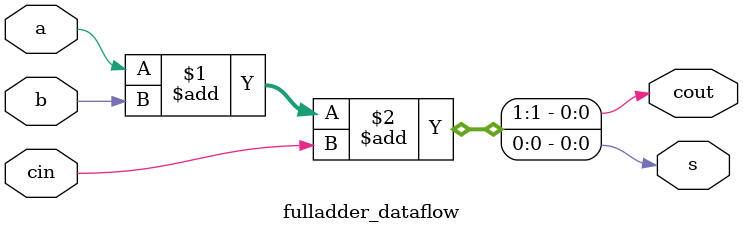
<source format=v>
`timescale 1ns / 1ps


module fulladder_dataflow(
    input a,
    input b, 
    input cin,
    output cout,
    output s
    );
    assign {cout, s} = a + b + cin;
endmodule

</source>
